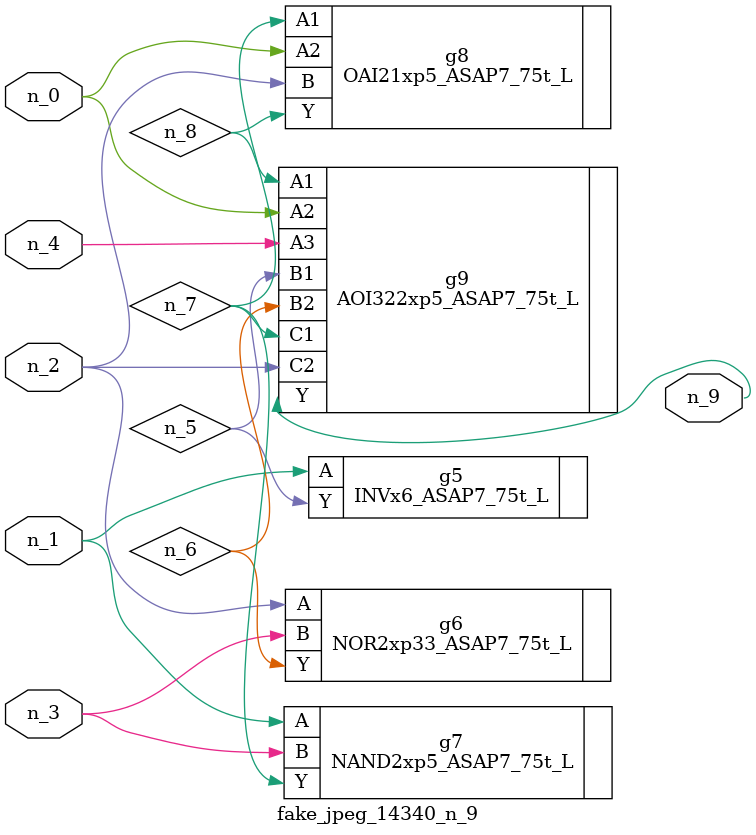
<source format=v>
module fake_jpeg_14340_n_9 (n_3, n_2, n_1, n_0, n_4, n_9);

input n_3;
input n_2;
input n_1;
input n_0;
input n_4;

output n_9;

wire n_8;
wire n_6;
wire n_5;
wire n_7;

INVx6_ASAP7_75t_L g5 ( 
.A(n_1),
.Y(n_5)
);

NOR2xp33_ASAP7_75t_L g6 ( 
.A(n_2),
.B(n_3),
.Y(n_6)
);

NAND2xp5_ASAP7_75t_L g7 ( 
.A(n_1),
.B(n_3),
.Y(n_7)
);

OAI21xp5_ASAP7_75t_L g8 ( 
.A1(n_7),
.A2(n_0),
.B(n_2),
.Y(n_8)
);

AOI322xp5_ASAP7_75t_L g9 ( 
.A1(n_8),
.A2(n_0),
.A3(n_4),
.B1(n_5),
.B2(n_6),
.C1(n_7),
.C2(n_2),
.Y(n_9)
);


endmodule
</source>
